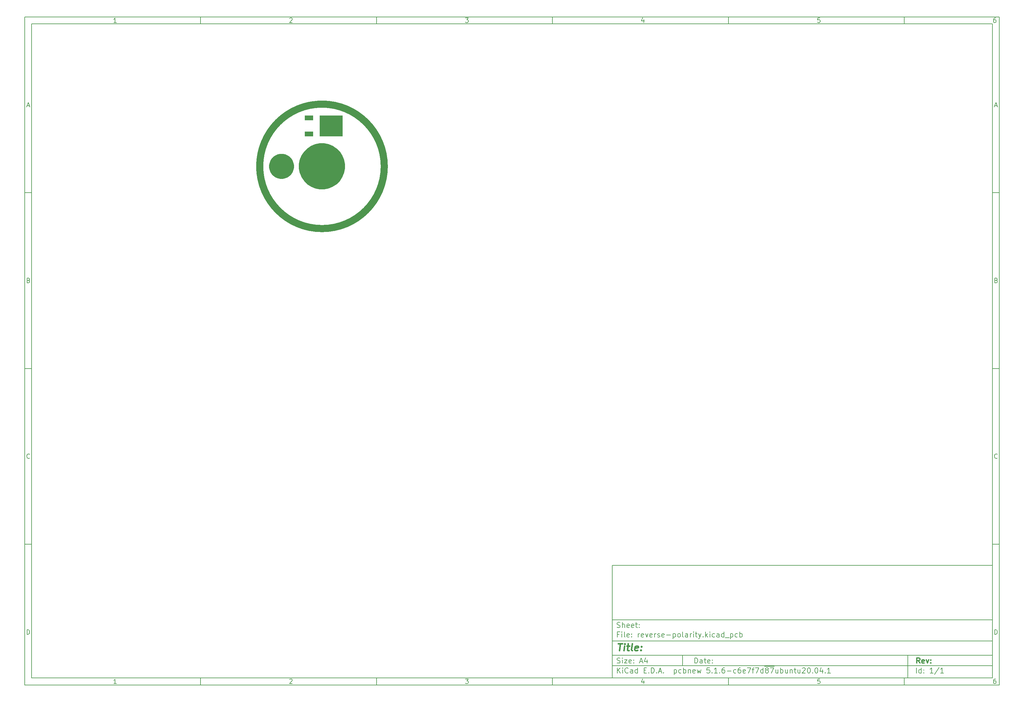
<source format=gbr>
G04 #@! TF.GenerationSoftware,KiCad,Pcbnew,5.1.6-c6e7f7d~87~ubuntu20.04.1*
G04 #@! TF.CreationDate,2020-08-14T09:28:12+02:00*
G04 #@! TF.ProjectId,reverse-polarity,72657665-7273-4652-9d70-6f6c61726974,rev?*
G04 #@! TF.SameCoordinates,Original*
G04 #@! TF.FileFunction,Soldermask,Top*
G04 #@! TF.FilePolarity,Negative*
%FSLAX46Y46*%
G04 Gerber Fmt 4.6, Leading zero omitted, Abs format (unit mm)*
G04 Created by KiCad (PCBNEW 5.1.6-c6e7f7d~87~ubuntu20.04.1) date 2020-08-14 09:28:12*
%MOMM*%
%LPD*%
G01*
G04 APERTURE LIST*
%ADD10C,0.100000*%
%ADD11C,0.150000*%
%ADD12C,0.300000*%
%ADD13C,0.400000*%
%ADD14C,2.000000*%
G04 APERTURE END LIST*
D10*
D11*
X177002200Y-166007200D02*
X177002200Y-198007200D01*
X285002200Y-198007200D01*
X285002200Y-166007200D01*
X177002200Y-166007200D01*
D10*
D11*
X10000000Y-10000000D02*
X10000000Y-200007200D01*
X287002200Y-200007200D01*
X287002200Y-10000000D01*
X10000000Y-10000000D01*
D10*
D11*
X12000000Y-12000000D02*
X12000000Y-198007200D01*
X285002200Y-198007200D01*
X285002200Y-12000000D01*
X12000000Y-12000000D01*
D10*
D11*
X60000000Y-12000000D02*
X60000000Y-10000000D01*
D10*
D11*
X110000000Y-12000000D02*
X110000000Y-10000000D01*
D10*
D11*
X160000000Y-12000000D02*
X160000000Y-10000000D01*
D10*
D11*
X210000000Y-12000000D02*
X210000000Y-10000000D01*
D10*
D11*
X260000000Y-12000000D02*
X260000000Y-10000000D01*
D10*
D11*
X36065476Y-11588095D02*
X35322619Y-11588095D01*
X35694047Y-11588095D02*
X35694047Y-10288095D01*
X35570238Y-10473809D01*
X35446428Y-10597619D01*
X35322619Y-10659523D01*
D10*
D11*
X85322619Y-10411904D02*
X85384523Y-10350000D01*
X85508333Y-10288095D01*
X85817857Y-10288095D01*
X85941666Y-10350000D01*
X86003571Y-10411904D01*
X86065476Y-10535714D01*
X86065476Y-10659523D01*
X86003571Y-10845238D01*
X85260714Y-11588095D01*
X86065476Y-11588095D01*
D10*
D11*
X135260714Y-10288095D02*
X136065476Y-10288095D01*
X135632142Y-10783333D01*
X135817857Y-10783333D01*
X135941666Y-10845238D01*
X136003571Y-10907142D01*
X136065476Y-11030952D01*
X136065476Y-11340476D01*
X136003571Y-11464285D01*
X135941666Y-11526190D01*
X135817857Y-11588095D01*
X135446428Y-11588095D01*
X135322619Y-11526190D01*
X135260714Y-11464285D01*
D10*
D11*
X185941666Y-10721428D02*
X185941666Y-11588095D01*
X185632142Y-10226190D02*
X185322619Y-11154761D01*
X186127380Y-11154761D01*
D10*
D11*
X236003571Y-10288095D02*
X235384523Y-10288095D01*
X235322619Y-10907142D01*
X235384523Y-10845238D01*
X235508333Y-10783333D01*
X235817857Y-10783333D01*
X235941666Y-10845238D01*
X236003571Y-10907142D01*
X236065476Y-11030952D01*
X236065476Y-11340476D01*
X236003571Y-11464285D01*
X235941666Y-11526190D01*
X235817857Y-11588095D01*
X235508333Y-11588095D01*
X235384523Y-11526190D01*
X235322619Y-11464285D01*
D10*
D11*
X285941666Y-10288095D02*
X285694047Y-10288095D01*
X285570238Y-10350000D01*
X285508333Y-10411904D01*
X285384523Y-10597619D01*
X285322619Y-10845238D01*
X285322619Y-11340476D01*
X285384523Y-11464285D01*
X285446428Y-11526190D01*
X285570238Y-11588095D01*
X285817857Y-11588095D01*
X285941666Y-11526190D01*
X286003571Y-11464285D01*
X286065476Y-11340476D01*
X286065476Y-11030952D01*
X286003571Y-10907142D01*
X285941666Y-10845238D01*
X285817857Y-10783333D01*
X285570238Y-10783333D01*
X285446428Y-10845238D01*
X285384523Y-10907142D01*
X285322619Y-11030952D01*
D10*
D11*
X60000000Y-198007200D02*
X60000000Y-200007200D01*
D10*
D11*
X110000000Y-198007200D02*
X110000000Y-200007200D01*
D10*
D11*
X160000000Y-198007200D02*
X160000000Y-200007200D01*
D10*
D11*
X210000000Y-198007200D02*
X210000000Y-200007200D01*
D10*
D11*
X260000000Y-198007200D02*
X260000000Y-200007200D01*
D10*
D11*
X36065476Y-199595295D02*
X35322619Y-199595295D01*
X35694047Y-199595295D02*
X35694047Y-198295295D01*
X35570238Y-198481009D01*
X35446428Y-198604819D01*
X35322619Y-198666723D01*
D10*
D11*
X85322619Y-198419104D02*
X85384523Y-198357200D01*
X85508333Y-198295295D01*
X85817857Y-198295295D01*
X85941666Y-198357200D01*
X86003571Y-198419104D01*
X86065476Y-198542914D01*
X86065476Y-198666723D01*
X86003571Y-198852438D01*
X85260714Y-199595295D01*
X86065476Y-199595295D01*
D10*
D11*
X135260714Y-198295295D02*
X136065476Y-198295295D01*
X135632142Y-198790533D01*
X135817857Y-198790533D01*
X135941666Y-198852438D01*
X136003571Y-198914342D01*
X136065476Y-199038152D01*
X136065476Y-199347676D01*
X136003571Y-199471485D01*
X135941666Y-199533390D01*
X135817857Y-199595295D01*
X135446428Y-199595295D01*
X135322619Y-199533390D01*
X135260714Y-199471485D01*
D10*
D11*
X185941666Y-198728628D02*
X185941666Y-199595295D01*
X185632142Y-198233390D02*
X185322619Y-199161961D01*
X186127380Y-199161961D01*
D10*
D11*
X236003571Y-198295295D02*
X235384523Y-198295295D01*
X235322619Y-198914342D01*
X235384523Y-198852438D01*
X235508333Y-198790533D01*
X235817857Y-198790533D01*
X235941666Y-198852438D01*
X236003571Y-198914342D01*
X236065476Y-199038152D01*
X236065476Y-199347676D01*
X236003571Y-199471485D01*
X235941666Y-199533390D01*
X235817857Y-199595295D01*
X235508333Y-199595295D01*
X235384523Y-199533390D01*
X235322619Y-199471485D01*
D10*
D11*
X285941666Y-198295295D02*
X285694047Y-198295295D01*
X285570238Y-198357200D01*
X285508333Y-198419104D01*
X285384523Y-198604819D01*
X285322619Y-198852438D01*
X285322619Y-199347676D01*
X285384523Y-199471485D01*
X285446428Y-199533390D01*
X285570238Y-199595295D01*
X285817857Y-199595295D01*
X285941666Y-199533390D01*
X286003571Y-199471485D01*
X286065476Y-199347676D01*
X286065476Y-199038152D01*
X286003571Y-198914342D01*
X285941666Y-198852438D01*
X285817857Y-198790533D01*
X285570238Y-198790533D01*
X285446428Y-198852438D01*
X285384523Y-198914342D01*
X285322619Y-199038152D01*
D10*
D11*
X10000000Y-60000000D02*
X12000000Y-60000000D01*
D10*
D11*
X10000000Y-110000000D02*
X12000000Y-110000000D01*
D10*
D11*
X10000000Y-160000000D02*
X12000000Y-160000000D01*
D10*
D11*
X10690476Y-35216666D02*
X11309523Y-35216666D01*
X10566666Y-35588095D02*
X11000000Y-34288095D01*
X11433333Y-35588095D01*
D10*
D11*
X11092857Y-84907142D02*
X11278571Y-84969047D01*
X11340476Y-85030952D01*
X11402380Y-85154761D01*
X11402380Y-85340476D01*
X11340476Y-85464285D01*
X11278571Y-85526190D01*
X11154761Y-85588095D01*
X10659523Y-85588095D01*
X10659523Y-84288095D01*
X11092857Y-84288095D01*
X11216666Y-84350000D01*
X11278571Y-84411904D01*
X11340476Y-84535714D01*
X11340476Y-84659523D01*
X11278571Y-84783333D01*
X11216666Y-84845238D01*
X11092857Y-84907142D01*
X10659523Y-84907142D01*
D10*
D11*
X11402380Y-135464285D02*
X11340476Y-135526190D01*
X11154761Y-135588095D01*
X11030952Y-135588095D01*
X10845238Y-135526190D01*
X10721428Y-135402380D01*
X10659523Y-135278571D01*
X10597619Y-135030952D01*
X10597619Y-134845238D01*
X10659523Y-134597619D01*
X10721428Y-134473809D01*
X10845238Y-134350000D01*
X11030952Y-134288095D01*
X11154761Y-134288095D01*
X11340476Y-134350000D01*
X11402380Y-134411904D01*
D10*
D11*
X10659523Y-185588095D02*
X10659523Y-184288095D01*
X10969047Y-184288095D01*
X11154761Y-184350000D01*
X11278571Y-184473809D01*
X11340476Y-184597619D01*
X11402380Y-184845238D01*
X11402380Y-185030952D01*
X11340476Y-185278571D01*
X11278571Y-185402380D01*
X11154761Y-185526190D01*
X10969047Y-185588095D01*
X10659523Y-185588095D01*
D10*
D11*
X287002200Y-60000000D02*
X285002200Y-60000000D01*
D10*
D11*
X287002200Y-110000000D02*
X285002200Y-110000000D01*
D10*
D11*
X287002200Y-160000000D02*
X285002200Y-160000000D01*
D10*
D11*
X285692676Y-35216666D02*
X286311723Y-35216666D01*
X285568866Y-35588095D02*
X286002200Y-34288095D01*
X286435533Y-35588095D01*
D10*
D11*
X286095057Y-84907142D02*
X286280771Y-84969047D01*
X286342676Y-85030952D01*
X286404580Y-85154761D01*
X286404580Y-85340476D01*
X286342676Y-85464285D01*
X286280771Y-85526190D01*
X286156961Y-85588095D01*
X285661723Y-85588095D01*
X285661723Y-84288095D01*
X286095057Y-84288095D01*
X286218866Y-84350000D01*
X286280771Y-84411904D01*
X286342676Y-84535714D01*
X286342676Y-84659523D01*
X286280771Y-84783333D01*
X286218866Y-84845238D01*
X286095057Y-84907142D01*
X285661723Y-84907142D01*
D10*
D11*
X286404580Y-135464285D02*
X286342676Y-135526190D01*
X286156961Y-135588095D01*
X286033152Y-135588095D01*
X285847438Y-135526190D01*
X285723628Y-135402380D01*
X285661723Y-135278571D01*
X285599819Y-135030952D01*
X285599819Y-134845238D01*
X285661723Y-134597619D01*
X285723628Y-134473809D01*
X285847438Y-134350000D01*
X286033152Y-134288095D01*
X286156961Y-134288095D01*
X286342676Y-134350000D01*
X286404580Y-134411904D01*
D10*
D11*
X285661723Y-185588095D02*
X285661723Y-184288095D01*
X285971247Y-184288095D01*
X286156961Y-184350000D01*
X286280771Y-184473809D01*
X286342676Y-184597619D01*
X286404580Y-184845238D01*
X286404580Y-185030952D01*
X286342676Y-185278571D01*
X286280771Y-185402380D01*
X286156961Y-185526190D01*
X285971247Y-185588095D01*
X285661723Y-185588095D01*
D10*
D11*
X200434342Y-193785771D02*
X200434342Y-192285771D01*
X200791485Y-192285771D01*
X201005771Y-192357200D01*
X201148628Y-192500057D01*
X201220057Y-192642914D01*
X201291485Y-192928628D01*
X201291485Y-193142914D01*
X201220057Y-193428628D01*
X201148628Y-193571485D01*
X201005771Y-193714342D01*
X200791485Y-193785771D01*
X200434342Y-193785771D01*
X202577200Y-193785771D02*
X202577200Y-193000057D01*
X202505771Y-192857200D01*
X202362914Y-192785771D01*
X202077200Y-192785771D01*
X201934342Y-192857200D01*
X202577200Y-193714342D02*
X202434342Y-193785771D01*
X202077200Y-193785771D01*
X201934342Y-193714342D01*
X201862914Y-193571485D01*
X201862914Y-193428628D01*
X201934342Y-193285771D01*
X202077200Y-193214342D01*
X202434342Y-193214342D01*
X202577200Y-193142914D01*
X203077200Y-192785771D02*
X203648628Y-192785771D01*
X203291485Y-192285771D02*
X203291485Y-193571485D01*
X203362914Y-193714342D01*
X203505771Y-193785771D01*
X203648628Y-193785771D01*
X204720057Y-193714342D02*
X204577200Y-193785771D01*
X204291485Y-193785771D01*
X204148628Y-193714342D01*
X204077200Y-193571485D01*
X204077200Y-193000057D01*
X204148628Y-192857200D01*
X204291485Y-192785771D01*
X204577200Y-192785771D01*
X204720057Y-192857200D01*
X204791485Y-193000057D01*
X204791485Y-193142914D01*
X204077200Y-193285771D01*
X205434342Y-193642914D02*
X205505771Y-193714342D01*
X205434342Y-193785771D01*
X205362914Y-193714342D01*
X205434342Y-193642914D01*
X205434342Y-193785771D01*
X205434342Y-192857200D02*
X205505771Y-192928628D01*
X205434342Y-193000057D01*
X205362914Y-192928628D01*
X205434342Y-192857200D01*
X205434342Y-193000057D01*
D10*
D11*
X177002200Y-194507200D02*
X285002200Y-194507200D01*
D10*
D11*
X178434342Y-196585771D02*
X178434342Y-195085771D01*
X179291485Y-196585771D02*
X178648628Y-195728628D01*
X179291485Y-195085771D02*
X178434342Y-195942914D01*
X179934342Y-196585771D02*
X179934342Y-195585771D01*
X179934342Y-195085771D02*
X179862914Y-195157200D01*
X179934342Y-195228628D01*
X180005771Y-195157200D01*
X179934342Y-195085771D01*
X179934342Y-195228628D01*
X181505771Y-196442914D02*
X181434342Y-196514342D01*
X181220057Y-196585771D01*
X181077200Y-196585771D01*
X180862914Y-196514342D01*
X180720057Y-196371485D01*
X180648628Y-196228628D01*
X180577200Y-195942914D01*
X180577200Y-195728628D01*
X180648628Y-195442914D01*
X180720057Y-195300057D01*
X180862914Y-195157200D01*
X181077200Y-195085771D01*
X181220057Y-195085771D01*
X181434342Y-195157200D01*
X181505771Y-195228628D01*
X182791485Y-196585771D02*
X182791485Y-195800057D01*
X182720057Y-195657200D01*
X182577200Y-195585771D01*
X182291485Y-195585771D01*
X182148628Y-195657200D01*
X182791485Y-196514342D02*
X182648628Y-196585771D01*
X182291485Y-196585771D01*
X182148628Y-196514342D01*
X182077200Y-196371485D01*
X182077200Y-196228628D01*
X182148628Y-196085771D01*
X182291485Y-196014342D01*
X182648628Y-196014342D01*
X182791485Y-195942914D01*
X184148628Y-196585771D02*
X184148628Y-195085771D01*
X184148628Y-196514342D02*
X184005771Y-196585771D01*
X183720057Y-196585771D01*
X183577200Y-196514342D01*
X183505771Y-196442914D01*
X183434342Y-196300057D01*
X183434342Y-195871485D01*
X183505771Y-195728628D01*
X183577200Y-195657200D01*
X183720057Y-195585771D01*
X184005771Y-195585771D01*
X184148628Y-195657200D01*
X186005771Y-195800057D02*
X186505771Y-195800057D01*
X186720057Y-196585771D02*
X186005771Y-196585771D01*
X186005771Y-195085771D01*
X186720057Y-195085771D01*
X187362914Y-196442914D02*
X187434342Y-196514342D01*
X187362914Y-196585771D01*
X187291485Y-196514342D01*
X187362914Y-196442914D01*
X187362914Y-196585771D01*
X188077200Y-196585771D02*
X188077200Y-195085771D01*
X188434342Y-195085771D01*
X188648628Y-195157200D01*
X188791485Y-195300057D01*
X188862914Y-195442914D01*
X188934342Y-195728628D01*
X188934342Y-195942914D01*
X188862914Y-196228628D01*
X188791485Y-196371485D01*
X188648628Y-196514342D01*
X188434342Y-196585771D01*
X188077200Y-196585771D01*
X189577200Y-196442914D02*
X189648628Y-196514342D01*
X189577200Y-196585771D01*
X189505771Y-196514342D01*
X189577200Y-196442914D01*
X189577200Y-196585771D01*
X190220057Y-196157200D02*
X190934342Y-196157200D01*
X190077200Y-196585771D02*
X190577200Y-195085771D01*
X191077200Y-196585771D01*
X191577200Y-196442914D02*
X191648628Y-196514342D01*
X191577200Y-196585771D01*
X191505771Y-196514342D01*
X191577200Y-196442914D01*
X191577200Y-196585771D01*
X194577200Y-195585771D02*
X194577200Y-197085771D01*
X194577200Y-195657200D02*
X194720057Y-195585771D01*
X195005771Y-195585771D01*
X195148628Y-195657200D01*
X195220057Y-195728628D01*
X195291485Y-195871485D01*
X195291485Y-196300057D01*
X195220057Y-196442914D01*
X195148628Y-196514342D01*
X195005771Y-196585771D01*
X194720057Y-196585771D01*
X194577200Y-196514342D01*
X196577200Y-196514342D02*
X196434342Y-196585771D01*
X196148628Y-196585771D01*
X196005771Y-196514342D01*
X195934342Y-196442914D01*
X195862914Y-196300057D01*
X195862914Y-195871485D01*
X195934342Y-195728628D01*
X196005771Y-195657200D01*
X196148628Y-195585771D01*
X196434342Y-195585771D01*
X196577200Y-195657200D01*
X197220057Y-196585771D02*
X197220057Y-195085771D01*
X197220057Y-195657200D02*
X197362914Y-195585771D01*
X197648628Y-195585771D01*
X197791485Y-195657200D01*
X197862914Y-195728628D01*
X197934342Y-195871485D01*
X197934342Y-196300057D01*
X197862914Y-196442914D01*
X197791485Y-196514342D01*
X197648628Y-196585771D01*
X197362914Y-196585771D01*
X197220057Y-196514342D01*
X198577200Y-195585771D02*
X198577200Y-196585771D01*
X198577200Y-195728628D02*
X198648628Y-195657200D01*
X198791485Y-195585771D01*
X199005771Y-195585771D01*
X199148628Y-195657200D01*
X199220057Y-195800057D01*
X199220057Y-196585771D01*
X200505771Y-196514342D02*
X200362914Y-196585771D01*
X200077200Y-196585771D01*
X199934342Y-196514342D01*
X199862914Y-196371485D01*
X199862914Y-195800057D01*
X199934342Y-195657200D01*
X200077200Y-195585771D01*
X200362914Y-195585771D01*
X200505771Y-195657200D01*
X200577200Y-195800057D01*
X200577200Y-195942914D01*
X199862914Y-196085771D01*
X201077200Y-195585771D02*
X201362914Y-196585771D01*
X201648628Y-195871485D01*
X201934342Y-196585771D01*
X202220057Y-195585771D01*
X204648628Y-195085771D02*
X203934342Y-195085771D01*
X203862914Y-195800057D01*
X203934342Y-195728628D01*
X204077200Y-195657200D01*
X204434342Y-195657200D01*
X204577200Y-195728628D01*
X204648628Y-195800057D01*
X204720057Y-195942914D01*
X204720057Y-196300057D01*
X204648628Y-196442914D01*
X204577200Y-196514342D01*
X204434342Y-196585771D01*
X204077200Y-196585771D01*
X203934342Y-196514342D01*
X203862914Y-196442914D01*
X205362914Y-196442914D02*
X205434342Y-196514342D01*
X205362914Y-196585771D01*
X205291485Y-196514342D01*
X205362914Y-196442914D01*
X205362914Y-196585771D01*
X206862914Y-196585771D02*
X206005771Y-196585771D01*
X206434342Y-196585771D02*
X206434342Y-195085771D01*
X206291485Y-195300057D01*
X206148628Y-195442914D01*
X206005771Y-195514342D01*
X207505771Y-196442914D02*
X207577200Y-196514342D01*
X207505771Y-196585771D01*
X207434342Y-196514342D01*
X207505771Y-196442914D01*
X207505771Y-196585771D01*
X208862914Y-195085771D02*
X208577200Y-195085771D01*
X208434342Y-195157200D01*
X208362914Y-195228628D01*
X208220057Y-195442914D01*
X208148628Y-195728628D01*
X208148628Y-196300057D01*
X208220057Y-196442914D01*
X208291485Y-196514342D01*
X208434342Y-196585771D01*
X208720057Y-196585771D01*
X208862914Y-196514342D01*
X208934342Y-196442914D01*
X209005771Y-196300057D01*
X209005771Y-195942914D01*
X208934342Y-195800057D01*
X208862914Y-195728628D01*
X208720057Y-195657200D01*
X208434342Y-195657200D01*
X208291485Y-195728628D01*
X208220057Y-195800057D01*
X208148628Y-195942914D01*
X209648628Y-196014342D02*
X210791485Y-196014342D01*
X212148628Y-196514342D02*
X212005771Y-196585771D01*
X211720057Y-196585771D01*
X211577200Y-196514342D01*
X211505771Y-196442914D01*
X211434342Y-196300057D01*
X211434342Y-195871485D01*
X211505771Y-195728628D01*
X211577200Y-195657200D01*
X211720057Y-195585771D01*
X212005771Y-195585771D01*
X212148628Y-195657200D01*
X213434342Y-195085771D02*
X213148628Y-195085771D01*
X213005771Y-195157200D01*
X212934342Y-195228628D01*
X212791485Y-195442914D01*
X212720057Y-195728628D01*
X212720057Y-196300057D01*
X212791485Y-196442914D01*
X212862914Y-196514342D01*
X213005771Y-196585771D01*
X213291485Y-196585771D01*
X213434342Y-196514342D01*
X213505771Y-196442914D01*
X213577200Y-196300057D01*
X213577200Y-195942914D01*
X213505771Y-195800057D01*
X213434342Y-195728628D01*
X213291485Y-195657200D01*
X213005771Y-195657200D01*
X212862914Y-195728628D01*
X212791485Y-195800057D01*
X212720057Y-195942914D01*
X214791485Y-196514342D02*
X214648628Y-196585771D01*
X214362914Y-196585771D01*
X214220057Y-196514342D01*
X214148628Y-196371485D01*
X214148628Y-195800057D01*
X214220057Y-195657200D01*
X214362914Y-195585771D01*
X214648628Y-195585771D01*
X214791485Y-195657200D01*
X214862914Y-195800057D01*
X214862914Y-195942914D01*
X214148628Y-196085771D01*
X215362914Y-195085771D02*
X216362914Y-195085771D01*
X215720057Y-196585771D01*
X216720057Y-195585771D02*
X217291485Y-195585771D01*
X216934342Y-196585771D02*
X216934342Y-195300057D01*
X217005771Y-195157200D01*
X217148628Y-195085771D01*
X217291485Y-195085771D01*
X217648628Y-195085771D02*
X218648628Y-195085771D01*
X218005771Y-196585771D01*
X219862914Y-196585771D02*
X219862914Y-195085771D01*
X219862914Y-196514342D02*
X219720057Y-196585771D01*
X219434342Y-196585771D01*
X219291485Y-196514342D01*
X219220057Y-196442914D01*
X219148628Y-196300057D01*
X219148628Y-195871485D01*
X219220057Y-195728628D01*
X219291485Y-195657200D01*
X219434342Y-195585771D01*
X219720057Y-195585771D01*
X219862914Y-195657200D01*
X220220057Y-194677200D02*
X221648628Y-194677200D01*
X220791485Y-195728628D02*
X220648628Y-195657200D01*
X220577200Y-195585771D01*
X220505771Y-195442914D01*
X220505771Y-195371485D01*
X220577200Y-195228628D01*
X220648628Y-195157200D01*
X220791485Y-195085771D01*
X221077200Y-195085771D01*
X221220057Y-195157200D01*
X221291485Y-195228628D01*
X221362914Y-195371485D01*
X221362914Y-195442914D01*
X221291485Y-195585771D01*
X221220057Y-195657200D01*
X221077200Y-195728628D01*
X220791485Y-195728628D01*
X220648628Y-195800057D01*
X220577200Y-195871485D01*
X220505771Y-196014342D01*
X220505771Y-196300057D01*
X220577200Y-196442914D01*
X220648628Y-196514342D01*
X220791485Y-196585771D01*
X221077200Y-196585771D01*
X221220057Y-196514342D01*
X221291485Y-196442914D01*
X221362914Y-196300057D01*
X221362914Y-196014342D01*
X221291485Y-195871485D01*
X221220057Y-195800057D01*
X221077200Y-195728628D01*
X221648628Y-194677200D02*
X223077200Y-194677200D01*
X221862914Y-195085771D02*
X222862914Y-195085771D01*
X222220057Y-196585771D01*
X224077200Y-195585771D02*
X224077200Y-196585771D01*
X223434342Y-195585771D02*
X223434342Y-196371485D01*
X223505771Y-196514342D01*
X223648628Y-196585771D01*
X223862914Y-196585771D01*
X224005771Y-196514342D01*
X224077200Y-196442914D01*
X224791485Y-196585771D02*
X224791485Y-195085771D01*
X224791485Y-195657200D02*
X224934342Y-195585771D01*
X225220057Y-195585771D01*
X225362914Y-195657200D01*
X225434342Y-195728628D01*
X225505771Y-195871485D01*
X225505771Y-196300057D01*
X225434342Y-196442914D01*
X225362914Y-196514342D01*
X225220057Y-196585771D01*
X224934342Y-196585771D01*
X224791485Y-196514342D01*
X226791485Y-195585771D02*
X226791485Y-196585771D01*
X226148628Y-195585771D02*
X226148628Y-196371485D01*
X226220057Y-196514342D01*
X226362914Y-196585771D01*
X226577200Y-196585771D01*
X226720057Y-196514342D01*
X226791485Y-196442914D01*
X227505771Y-195585771D02*
X227505771Y-196585771D01*
X227505771Y-195728628D02*
X227577200Y-195657200D01*
X227720057Y-195585771D01*
X227934342Y-195585771D01*
X228077200Y-195657200D01*
X228148628Y-195800057D01*
X228148628Y-196585771D01*
X228648628Y-195585771D02*
X229220057Y-195585771D01*
X228862914Y-195085771D02*
X228862914Y-196371485D01*
X228934342Y-196514342D01*
X229077200Y-196585771D01*
X229220057Y-196585771D01*
X230362914Y-195585771D02*
X230362914Y-196585771D01*
X229720057Y-195585771D02*
X229720057Y-196371485D01*
X229791485Y-196514342D01*
X229934342Y-196585771D01*
X230148628Y-196585771D01*
X230291485Y-196514342D01*
X230362914Y-196442914D01*
X231005771Y-195228628D02*
X231077200Y-195157200D01*
X231220057Y-195085771D01*
X231577200Y-195085771D01*
X231720057Y-195157200D01*
X231791485Y-195228628D01*
X231862914Y-195371485D01*
X231862914Y-195514342D01*
X231791485Y-195728628D01*
X230934342Y-196585771D01*
X231862914Y-196585771D01*
X232791485Y-195085771D02*
X232934342Y-195085771D01*
X233077200Y-195157200D01*
X233148628Y-195228628D01*
X233220057Y-195371485D01*
X233291485Y-195657200D01*
X233291485Y-196014342D01*
X233220057Y-196300057D01*
X233148628Y-196442914D01*
X233077200Y-196514342D01*
X232934342Y-196585771D01*
X232791485Y-196585771D01*
X232648628Y-196514342D01*
X232577200Y-196442914D01*
X232505771Y-196300057D01*
X232434342Y-196014342D01*
X232434342Y-195657200D01*
X232505771Y-195371485D01*
X232577200Y-195228628D01*
X232648628Y-195157200D01*
X232791485Y-195085771D01*
X233934342Y-196442914D02*
X234005771Y-196514342D01*
X233934342Y-196585771D01*
X233862914Y-196514342D01*
X233934342Y-196442914D01*
X233934342Y-196585771D01*
X234934342Y-195085771D02*
X235077200Y-195085771D01*
X235220057Y-195157200D01*
X235291485Y-195228628D01*
X235362914Y-195371485D01*
X235434342Y-195657200D01*
X235434342Y-196014342D01*
X235362914Y-196300057D01*
X235291485Y-196442914D01*
X235220057Y-196514342D01*
X235077200Y-196585771D01*
X234934342Y-196585771D01*
X234791485Y-196514342D01*
X234720057Y-196442914D01*
X234648628Y-196300057D01*
X234577200Y-196014342D01*
X234577200Y-195657200D01*
X234648628Y-195371485D01*
X234720057Y-195228628D01*
X234791485Y-195157200D01*
X234934342Y-195085771D01*
X236720057Y-195585771D02*
X236720057Y-196585771D01*
X236362914Y-195014342D02*
X236005771Y-196085771D01*
X236934342Y-196085771D01*
X237505771Y-196442914D02*
X237577199Y-196514342D01*
X237505771Y-196585771D01*
X237434342Y-196514342D01*
X237505771Y-196442914D01*
X237505771Y-196585771D01*
X239005771Y-196585771D02*
X238148628Y-196585771D01*
X238577200Y-196585771D02*
X238577200Y-195085771D01*
X238434342Y-195300057D01*
X238291485Y-195442914D01*
X238148628Y-195514342D01*
D10*
D11*
X177002200Y-191507200D02*
X285002200Y-191507200D01*
D10*
D12*
X264411485Y-193785771D02*
X263911485Y-193071485D01*
X263554342Y-193785771D02*
X263554342Y-192285771D01*
X264125771Y-192285771D01*
X264268628Y-192357200D01*
X264340057Y-192428628D01*
X264411485Y-192571485D01*
X264411485Y-192785771D01*
X264340057Y-192928628D01*
X264268628Y-193000057D01*
X264125771Y-193071485D01*
X263554342Y-193071485D01*
X265625771Y-193714342D02*
X265482914Y-193785771D01*
X265197200Y-193785771D01*
X265054342Y-193714342D01*
X264982914Y-193571485D01*
X264982914Y-193000057D01*
X265054342Y-192857200D01*
X265197200Y-192785771D01*
X265482914Y-192785771D01*
X265625771Y-192857200D01*
X265697200Y-193000057D01*
X265697200Y-193142914D01*
X264982914Y-193285771D01*
X266197200Y-192785771D02*
X266554342Y-193785771D01*
X266911485Y-192785771D01*
X267482914Y-193642914D02*
X267554342Y-193714342D01*
X267482914Y-193785771D01*
X267411485Y-193714342D01*
X267482914Y-193642914D01*
X267482914Y-193785771D01*
X267482914Y-192857200D02*
X267554342Y-192928628D01*
X267482914Y-193000057D01*
X267411485Y-192928628D01*
X267482914Y-192857200D01*
X267482914Y-193000057D01*
D10*
D11*
X178362914Y-193714342D02*
X178577200Y-193785771D01*
X178934342Y-193785771D01*
X179077200Y-193714342D01*
X179148628Y-193642914D01*
X179220057Y-193500057D01*
X179220057Y-193357200D01*
X179148628Y-193214342D01*
X179077200Y-193142914D01*
X178934342Y-193071485D01*
X178648628Y-193000057D01*
X178505771Y-192928628D01*
X178434342Y-192857200D01*
X178362914Y-192714342D01*
X178362914Y-192571485D01*
X178434342Y-192428628D01*
X178505771Y-192357200D01*
X178648628Y-192285771D01*
X179005771Y-192285771D01*
X179220057Y-192357200D01*
X179862914Y-193785771D02*
X179862914Y-192785771D01*
X179862914Y-192285771D02*
X179791485Y-192357200D01*
X179862914Y-192428628D01*
X179934342Y-192357200D01*
X179862914Y-192285771D01*
X179862914Y-192428628D01*
X180434342Y-192785771D02*
X181220057Y-192785771D01*
X180434342Y-193785771D01*
X181220057Y-193785771D01*
X182362914Y-193714342D02*
X182220057Y-193785771D01*
X181934342Y-193785771D01*
X181791485Y-193714342D01*
X181720057Y-193571485D01*
X181720057Y-193000057D01*
X181791485Y-192857200D01*
X181934342Y-192785771D01*
X182220057Y-192785771D01*
X182362914Y-192857200D01*
X182434342Y-193000057D01*
X182434342Y-193142914D01*
X181720057Y-193285771D01*
X183077200Y-193642914D02*
X183148628Y-193714342D01*
X183077200Y-193785771D01*
X183005771Y-193714342D01*
X183077200Y-193642914D01*
X183077200Y-193785771D01*
X183077200Y-192857200D02*
X183148628Y-192928628D01*
X183077200Y-193000057D01*
X183005771Y-192928628D01*
X183077200Y-192857200D01*
X183077200Y-193000057D01*
X184862914Y-193357200D02*
X185577200Y-193357200D01*
X184720057Y-193785771D02*
X185220057Y-192285771D01*
X185720057Y-193785771D01*
X186862914Y-192785771D02*
X186862914Y-193785771D01*
X186505771Y-192214342D02*
X186148628Y-193285771D01*
X187077200Y-193285771D01*
D10*
D11*
X263434342Y-196585771D02*
X263434342Y-195085771D01*
X264791485Y-196585771D02*
X264791485Y-195085771D01*
X264791485Y-196514342D02*
X264648628Y-196585771D01*
X264362914Y-196585771D01*
X264220057Y-196514342D01*
X264148628Y-196442914D01*
X264077200Y-196300057D01*
X264077200Y-195871485D01*
X264148628Y-195728628D01*
X264220057Y-195657200D01*
X264362914Y-195585771D01*
X264648628Y-195585771D01*
X264791485Y-195657200D01*
X265505771Y-196442914D02*
X265577200Y-196514342D01*
X265505771Y-196585771D01*
X265434342Y-196514342D01*
X265505771Y-196442914D01*
X265505771Y-196585771D01*
X265505771Y-195657200D02*
X265577200Y-195728628D01*
X265505771Y-195800057D01*
X265434342Y-195728628D01*
X265505771Y-195657200D01*
X265505771Y-195800057D01*
X268148628Y-196585771D02*
X267291485Y-196585771D01*
X267720057Y-196585771D02*
X267720057Y-195085771D01*
X267577200Y-195300057D01*
X267434342Y-195442914D01*
X267291485Y-195514342D01*
X269862914Y-195014342D02*
X268577200Y-196942914D01*
X271148628Y-196585771D02*
X270291485Y-196585771D01*
X270720057Y-196585771D02*
X270720057Y-195085771D01*
X270577200Y-195300057D01*
X270434342Y-195442914D01*
X270291485Y-195514342D01*
D10*
D11*
X177002200Y-187507200D02*
X285002200Y-187507200D01*
D10*
D13*
X178714580Y-188211961D02*
X179857438Y-188211961D01*
X179036009Y-190211961D02*
X179286009Y-188211961D01*
X180274104Y-190211961D02*
X180440771Y-188878628D01*
X180524104Y-188211961D02*
X180416961Y-188307200D01*
X180500295Y-188402438D01*
X180607438Y-188307200D01*
X180524104Y-188211961D01*
X180500295Y-188402438D01*
X181107438Y-188878628D02*
X181869342Y-188878628D01*
X181476485Y-188211961D02*
X181262200Y-189926247D01*
X181333628Y-190116723D01*
X181512200Y-190211961D01*
X181702676Y-190211961D01*
X182655057Y-190211961D02*
X182476485Y-190116723D01*
X182405057Y-189926247D01*
X182619342Y-188211961D01*
X184190771Y-190116723D02*
X183988390Y-190211961D01*
X183607438Y-190211961D01*
X183428866Y-190116723D01*
X183357438Y-189926247D01*
X183452676Y-189164342D01*
X183571723Y-188973866D01*
X183774104Y-188878628D01*
X184155057Y-188878628D01*
X184333628Y-188973866D01*
X184405057Y-189164342D01*
X184381247Y-189354819D01*
X183405057Y-189545295D01*
X185155057Y-190021485D02*
X185238390Y-190116723D01*
X185131247Y-190211961D01*
X185047914Y-190116723D01*
X185155057Y-190021485D01*
X185131247Y-190211961D01*
X185286009Y-188973866D02*
X185369342Y-189069104D01*
X185262200Y-189164342D01*
X185178866Y-189069104D01*
X185286009Y-188973866D01*
X185262200Y-189164342D01*
D10*
D11*
X178934342Y-185600057D02*
X178434342Y-185600057D01*
X178434342Y-186385771D02*
X178434342Y-184885771D01*
X179148628Y-184885771D01*
X179720057Y-186385771D02*
X179720057Y-185385771D01*
X179720057Y-184885771D02*
X179648628Y-184957200D01*
X179720057Y-185028628D01*
X179791485Y-184957200D01*
X179720057Y-184885771D01*
X179720057Y-185028628D01*
X180648628Y-186385771D02*
X180505771Y-186314342D01*
X180434342Y-186171485D01*
X180434342Y-184885771D01*
X181791485Y-186314342D02*
X181648628Y-186385771D01*
X181362914Y-186385771D01*
X181220057Y-186314342D01*
X181148628Y-186171485D01*
X181148628Y-185600057D01*
X181220057Y-185457200D01*
X181362914Y-185385771D01*
X181648628Y-185385771D01*
X181791485Y-185457200D01*
X181862914Y-185600057D01*
X181862914Y-185742914D01*
X181148628Y-185885771D01*
X182505771Y-186242914D02*
X182577200Y-186314342D01*
X182505771Y-186385771D01*
X182434342Y-186314342D01*
X182505771Y-186242914D01*
X182505771Y-186385771D01*
X182505771Y-185457200D02*
X182577200Y-185528628D01*
X182505771Y-185600057D01*
X182434342Y-185528628D01*
X182505771Y-185457200D01*
X182505771Y-185600057D01*
X184362914Y-186385771D02*
X184362914Y-185385771D01*
X184362914Y-185671485D02*
X184434342Y-185528628D01*
X184505771Y-185457200D01*
X184648628Y-185385771D01*
X184791485Y-185385771D01*
X185862914Y-186314342D02*
X185720057Y-186385771D01*
X185434342Y-186385771D01*
X185291485Y-186314342D01*
X185220057Y-186171485D01*
X185220057Y-185600057D01*
X185291485Y-185457200D01*
X185434342Y-185385771D01*
X185720057Y-185385771D01*
X185862914Y-185457200D01*
X185934342Y-185600057D01*
X185934342Y-185742914D01*
X185220057Y-185885771D01*
X186434342Y-185385771D02*
X186791485Y-186385771D01*
X187148628Y-185385771D01*
X188291485Y-186314342D02*
X188148628Y-186385771D01*
X187862914Y-186385771D01*
X187720057Y-186314342D01*
X187648628Y-186171485D01*
X187648628Y-185600057D01*
X187720057Y-185457200D01*
X187862914Y-185385771D01*
X188148628Y-185385771D01*
X188291485Y-185457200D01*
X188362914Y-185600057D01*
X188362914Y-185742914D01*
X187648628Y-185885771D01*
X189005771Y-186385771D02*
X189005771Y-185385771D01*
X189005771Y-185671485D02*
X189077200Y-185528628D01*
X189148628Y-185457200D01*
X189291485Y-185385771D01*
X189434342Y-185385771D01*
X189862914Y-186314342D02*
X190005771Y-186385771D01*
X190291485Y-186385771D01*
X190434342Y-186314342D01*
X190505771Y-186171485D01*
X190505771Y-186100057D01*
X190434342Y-185957200D01*
X190291485Y-185885771D01*
X190077200Y-185885771D01*
X189934342Y-185814342D01*
X189862914Y-185671485D01*
X189862914Y-185600057D01*
X189934342Y-185457200D01*
X190077200Y-185385771D01*
X190291485Y-185385771D01*
X190434342Y-185457200D01*
X191720057Y-186314342D02*
X191577200Y-186385771D01*
X191291485Y-186385771D01*
X191148628Y-186314342D01*
X191077200Y-186171485D01*
X191077200Y-185600057D01*
X191148628Y-185457200D01*
X191291485Y-185385771D01*
X191577200Y-185385771D01*
X191720057Y-185457200D01*
X191791485Y-185600057D01*
X191791485Y-185742914D01*
X191077200Y-185885771D01*
X192434342Y-185814342D02*
X193577200Y-185814342D01*
X194291485Y-185385771D02*
X194291485Y-186885771D01*
X194291485Y-185457200D02*
X194434342Y-185385771D01*
X194720057Y-185385771D01*
X194862914Y-185457200D01*
X194934342Y-185528628D01*
X195005771Y-185671485D01*
X195005771Y-186100057D01*
X194934342Y-186242914D01*
X194862914Y-186314342D01*
X194720057Y-186385771D01*
X194434342Y-186385771D01*
X194291485Y-186314342D01*
X195862914Y-186385771D02*
X195720057Y-186314342D01*
X195648628Y-186242914D01*
X195577200Y-186100057D01*
X195577200Y-185671485D01*
X195648628Y-185528628D01*
X195720057Y-185457200D01*
X195862914Y-185385771D01*
X196077200Y-185385771D01*
X196220057Y-185457200D01*
X196291485Y-185528628D01*
X196362914Y-185671485D01*
X196362914Y-186100057D01*
X196291485Y-186242914D01*
X196220057Y-186314342D01*
X196077200Y-186385771D01*
X195862914Y-186385771D01*
X197220057Y-186385771D02*
X197077200Y-186314342D01*
X197005771Y-186171485D01*
X197005771Y-184885771D01*
X198434342Y-186385771D02*
X198434342Y-185600057D01*
X198362914Y-185457200D01*
X198220057Y-185385771D01*
X197934342Y-185385771D01*
X197791485Y-185457200D01*
X198434342Y-186314342D02*
X198291485Y-186385771D01*
X197934342Y-186385771D01*
X197791485Y-186314342D01*
X197720057Y-186171485D01*
X197720057Y-186028628D01*
X197791485Y-185885771D01*
X197934342Y-185814342D01*
X198291485Y-185814342D01*
X198434342Y-185742914D01*
X199148628Y-186385771D02*
X199148628Y-185385771D01*
X199148628Y-185671485D02*
X199220057Y-185528628D01*
X199291485Y-185457200D01*
X199434342Y-185385771D01*
X199577200Y-185385771D01*
X200077200Y-186385771D02*
X200077200Y-185385771D01*
X200077200Y-184885771D02*
X200005771Y-184957200D01*
X200077200Y-185028628D01*
X200148628Y-184957200D01*
X200077200Y-184885771D01*
X200077200Y-185028628D01*
X200577200Y-185385771D02*
X201148628Y-185385771D01*
X200791485Y-184885771D02*
X200791485Y-186171485D01*
X200862914Y-186314342D01*
X201005771Y-186385771D01*
X201148628Y-186385771D01*
X201505771Y-185385771D02*
X201862914Y-186385771D01*
X202220057Y-185385771D02*
X201862914Y-186385771D01*
X201720057Y-186742914D01*
X201648628Y-186814342D01*
X201505771Y-186885771D01*
X202791485Y-186242914D02*
X202862914Y-186314342D01*
X202791485Y-186385771D01*
X202720057Y-186314342D01*
X202791485Y-186242914D01*
X202791485Y-186385771D01*
X203505771Y-186385771D02*
X203505771Y-184885771D01*
X203648628Y-185814342D02*
X204077200Y-186385771D01*
X204077200Y-185385771D02*
X203505771Y-185957200D01*
X204720057Y-186385771D02*
X204720057Y-185385771D01*
X204720057Y-184885771D02*
X204648628Y-184957200D01*
X204720057Y-185028628D01*
X204791485Y-184957200D01*
X204720057Y-184885771D01*
X204720057Y-185028628D01*
X206077200Y-186314342D02*
X205934342Y-186385771D01*
X205648628Y-186385771D01*
X205505771Y-186314342D01*
X205434342Y-186242914D01*
X205362914Y-186100057D01*
X205362914Y-185671485D01*
X205434342Y-185528628D01*
X205505771Y-185457200D01*
X205648628Y-185385771D01*
X205934342Y-185385771D01*
X206077200Y-185457200D01*
X207362914Y-186385771D02*
X207362914Y-185600057D01*
X207291485Y-185457200D01*
X207148628Y-185385771D01*
X206862914Y-185385771D01*
X206720057Y-185457200D01*
X207362914Y-186314342D02*
X207220057Y-186385771D01*
X206862914Y-186385771D01*
X206720057Y-186314342D01*
X206648628Y-186171485D01*
X206648628Y-186028628D01*
X206720057Y-185885771D01*
X206862914Y-185814342D01*
X207220057Y-185814342D01*
X207362914Y-185742914D01*
X208720057Y-186385771D02*
X208720057Y-184885771D01*
X208720057Y-186314342D02*
X208577200Y-186385771D01*
X208291485Y-186385771D01*
X208148628Y-186314342D01*
X208077200Y-186242914D01*
X208005771Y-186100057D01*
X208005771Y-185671485D01*
X208077200Y-185528628D01*
X208148628Y-185457200D01*
X208291485Y-185385771D01*
X208577200Y-185385771D01*
X208720057Y-185457200D01*
X209077200Y-186528628D02*
X210220057Y-186528628D01*
X210577200Y-185385771D02*
X210577200Y-186885771D01*
X210577200Y-185457200D02*
X210720057Y-185385771D01*
X211005771Y-185385771D01*
X211148628Y-185457200D01*
X211220057Y-185528628D01*
X211291485Y-185671485D01*
X211291485Y-186100057D01*
X211220057Y-186242914D01*
X211148628Y-186314342D01*
X211005771Y-186385771D01*
X210720057Y-186385771D01*
X210577200Y-186314342D01*
X212577200Y-186314342D02*
X212434342Y-186385771D01*
X212148628Y-186385771D01*
X212005771Y-186314342D01*
X211934342Y-186242914D01*
X211862914Y-186100057D01*
X211862914Y-185671485D01*
X211934342Y-185528628D01*
X212005771Y-185457200D01*
X212148628Y-185385771D01*
X212434342Y-185385771D01*
X212577200Y-185457200D01*
X213220057Y-186385771D02*
X213220057Y-184885771D01*
X213220057Y-185457200D02*
X213362914Y-185385771D01*
X213648628Y-185385771D01*
X213791485Y-185457200D01*
X213862914Y-185528628D01*
X213934342Y-185671485D01*
X213934342Y-186100057D01*
X213862914Y-186242914D01*
X213791485Y-186314342D01*
X213648628Y-186385771D01*
X213362914Y-186385771D01*
X213220057Y-186314342D01*
D10*
D11*
X177002200Y-181507200D02*
X285002200Y-181507200D01*
D10*
D11*
X178362914Y-183614342D02*
X178577200Y-183685771D01*
X178934342Y-183685771D01*
X179077200Y-183614342D01*
X179148628Y-183542914D01*
X179220057Y-183400057D01*
X179220057Y-183257200D01*
X179148628Y-183114342D01*
X179077200Y-183042914D01*
X178934342Y-182971485D01*
X178648628Y-182900057D01*
X178505771Y-182828628D01*
X178434342Y-182757200D01*
X178362914Y-182614342D01*
X178362914Y-182471485D01*
X178434342Y-182328628D01*
X178505771Y-182257200D01*
X178648628Y-182185771D01*
X179005771Y-182185771D01*
X179220057Y-182257200D01*
X179862914Y-183685771D02*
X179862914Y-182185771D01*
X180505771Y-183685771D02*
X180505771Y-182900057D01*
X180434342Y-182757200D01*
X180291485Y-182685771D01*
X180077200Y-182685771D01*
X179934342Y-182757200D01*
X179862914Y-182828628D01*
X181791485Y-183614342D02*
X181648628Y-183685771D01*
X181362914Y-183685771D01*
X181220057Y-183614342D01*
X181148628Y-183471485D01*
X181148628Y-182900057D01*
X181220057Y-182757200D01*
X181362914Y-182685771D01*
X181648628Y-182685771D01*
X181791485Y-182757200D01*
X181862914Y-182900057D01*
X181862914Y-183042914D01*
X181148628Y-183185771D01*
X183077200Y-183614342D02*
X182934342Y-183685771D01*
X182648628Y-183685771D01*
X182505771Y-183614342D01*
X182434342Y-183471485D01*
X182434342Y-182900057D01*
X182505771Y-182757200D01*
X182648628Y-182685771D01*
X182934342Y-182685771D01*
X183077200Y-182757200D01*
X183148628Y-182900057D01*
X183148628Y-183042914D01*
X182434342Y-183185771D01*
X183577200Y-182685771D02*
X184148628Y-182685771D01*
X183791485Y-182185771D02*
X183791485Y-183471485D01*
X183862914Y-183614342D01*
X184005771Y-183685771D01*
X184148628Y-183685771D01*
X184648628Y-183542914D02*
X184720057Y-183614342D01*
X184648628Y-183685771D01*
X184577200Y-183614342D01*
X184648628Y-183542914D01*
X184648628Y-183685771D01*
X184648628Y-182757200D02*
X184720057Y-182828628D01*
X184648628Y-182900057D01*
X184577200Y-182828628D01*
X184648628Y-182757200D01*
X184648628Y-182900057D01*
D10*
D11*
X197002200Y-191507200D02*
X197002200Y-194507200D01*
D10*
D11*
X261002200Y-191507200D02*
X261002200Y-198007200D01*
D14*
X112200000Y-52500000D02*
G75*
G03*
X112200000Y-52500000I-17700000J0D01*
G01*
D10*
G36*
X96410855Y-46200751D02*
G01*
X97603060Y-46694579D01*
X97603062Y-46694580D01*
X98676019Y-47411506D01*
X99588494Y-48323981D01*
X100305420Y-49396938D01*
X100305421Y-49396940D01*
X100799249Y-50589145D01*
X101051000Y-51854782D01*
X101051000Y-53145218D01*
X100799249Y-54410855D01*
X100653124Y-54763631D01*
X100305420Y-55603062D01*
X99588494Y-56676019D01*
X98676019Y-57588494D01*
X97603062Y-58305420D01*
X97603061Y-58305421D01*
X97603060Y-58305421D01*
X96410855Y-58799249D01*
X95145218Y-59051000D01*
X93854782Y-59051000D01*
X92589145Y-58799249D01*
X91396940Y-58305421D01*
X91396939Y-58305421D01*
X91396938Y-58305420D01*
X90323981Y-57588494D01*
X89411506Y-56676019D01*
X88694580Y-55603062D01*
X88346876Y-54763631D01*
X88200751Y-54410855D01*
X87949000Y-53145218D01*
X87949000Y-51854782D01*
X88200751Y-50589145D01*
X88694579Y-49396940D01*
X88694580Y-49396938D01*
X89411506Y-48323981D01*
X90323981Y-47411506D01*
X91396938Y-46694580D01*
X91396940Y-46694579D01*
X92589145Y-46200751D01*
X93854782Y-45949000D01*
X95145218Y-45949000D01*
X96410855Y-46200751D01*
G37*
G36*
X84035787Y-49085462D02*
G01*
X84035790Y-49085463D01*
X84035789Y-49085463D01*
X84682029Y-49353144D01*
X85263631Y-49741758D01*
X85758242Y-50236369D01*
X86146856Y-50817971D01*
X86146856Y-50817972D01*
X86414538Y-51464213D01*
X86551000Y-52150256D01*
X86551000Y-52849744D01*
X86414538Y-53535787D01*
X86414537Y-53535789D01*
X86146856Y-54182029D01*
X85758242Y-54763631D01*
X85263631Y-55258242D01*
X84682029Y-55646856D01*
X84225068Y-55836135D01*
X84035787Y-55914538D01*
X83349744Y-56051000D01*
X82650256Y-56051000D01*
X81964213Y-55914538D01*
X81774932Y-55836135D01*
X81317971Y-55646856D01*
X80736369Y-55258242D01*
X80241758Y-54763631D01*
X79853144Y-54182029D01*
X79585463Y-53535789D01*
X79585462Y-53535787D01*
X79449000Y-52849744D01*
X79449000Y-52150256D01*
X79585462Y-51464213D01*
X79853144Y-50817972D01*
X79853144Y-50817971D01*
X80241758Y-50236369D01*
X80736369Y-49741758D01*
X81317971Y-49353144D01*
X81964211Y-49085463D01*
X81964210Y-49085463D01*
X81964213Y-49085462D01*
X82650256Y-48949000D01*
X83349744Y-48949000D01*
X84035787Y-49085462D01*
G37*
G36*
X100351000Y-43951000D02*
G01*
X93849000Y-43951000D01*
X93849000Y-38049000D01*
X100351000Y-38049000D01*
X100351000Y-43951000D01*
G37*
G36*
X91951000Y-43931000D02*
G01*
X89649000Y-43931000D01*
X89649000Y-42629000D01*
X91951000Y-42629000D01*
X91951000Y-43931000D01*
G37*
G36*
X91951000Y-39371000D02*
G01*
X89649000Y-39371000D01*
X89649000Y-38069000D01*
X91951000Y-38069000D01*
X91951000Y-39371000D01*
G37*
M02*

</source>
